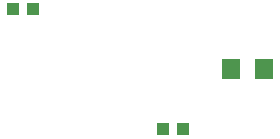
<source format=gbr>
G04 EAGLE Gerber RS-274X export*
G75*
%MOMM*%
%FSLAX34Y34*%
%LPD*%
%INSolderpaste Top*%
%IPPOS*%
%AMOC8*
5,1,8,0,0,1.08239X$1,22.5*%
G01*
%ADD10R,1.600000X1.800000*%
%ADD11R,1.000000X1.100000*%


D10*
X379700Y177800D03*
X407700Y177800D03*
D11*
X338700Y127000D03*
X321700Y127000D03*
X194700Y228600D03*
X211700Y228600D03*
M02*

</source>
